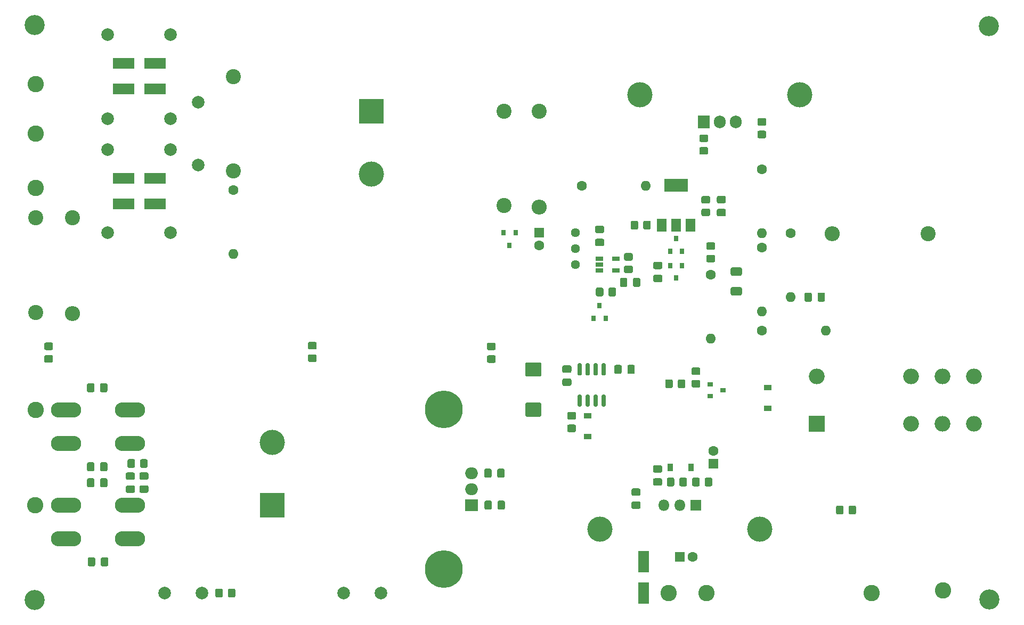
<source format=gbr>
G04 #@! TF.GenerationSoftware,KiCad,Pcbnew,(5.1.10-0-10_14)*
G04 #@! TF.CreationDate,2021-07-29T19:40:43+02:00*
G04 #@! TF.ProjectId,hv-power-supply-v1,68762d70-6f77-4657-922d-737570706c79,rev?*
G04 #@! TF.SameCoordinates,Original*
G04 #@! TF.FileFunction,Soldermask,Top*
G04 #@! TF.FilePolarity,Negative*
%FSLAX46Y46*%
G04 Gerber Fmt 4.6, Leading zero omitted, Abs format (unit mm)*
G04 Created by KiCad (PCBNEW (5.1.10-0-10_14)) date 2021-07-29 19:40:43*
%MOMM*%
%LPD*%
G01*
G04 APERTURE LIST*
%ADD10O,1.600000X1.600000*%
%ADD11C,1.600000*%
%ADD12C,2.400000*%
%ADD13C,2.000000*%
%ADD14R,1.500000X2.000000*%
%ADD15R,3.800000X2.000000*%
%ADD16C,6.000000*%
%ADD17R,0.800000X0.900000*%
%ADD18R,0.900000X0.800000*%
%ADD19R,1.220000X0.650000*%
%ADD20C,4.000000*%
%ADD21R,4.000000X4.000000*%
%ADD22R,2.000000X1.905000*%
%ADD23O,2.000000X1.905000*%
%ADD24R,1.800000X3.500000*%
%ADD25O,2.400000X2.400000*%
%ADD26O,4.800600X2.400300*%
%ADD27R,0.900000X1.200000*%
%ADD28R,1.600000X1.600000*%
%ADD29R,3.500000X1.800000*%
%ADD30O,1.905000X2.000000*%
%ADD31R,1.905000X2.000000*%
%ADD32C,2.600000*%
%ADD33C,1.440000*%
%ADD34O,2.500000X2.500000*%
%ADD35R,2.500000X2.500000*%
%ADD36R,1.200000X0.900000*%
%ADD37R,1.800000X1.800000*%
%ADD38O,1.800000X1.800000*%
%ADD39C,3.200000*%
G04 APERTURE END LIST*
D10*
X90805000Y-85788500D03*
D11*
X90805000Y-75628500D03*
D12*
X90805000Y-57594500D03*
X90805000Y-72594500D03*
D13*
X85217000Y-61628000D03*
X85217000Y-71628000D03*
G36*
G01*
X75165000Y-118675999D02*
X75165000Y-119576001D01*
G75*
G02*
X74915001Y-119826000I-249999J0D01*
G01*
X74214999Y-119826000D01*
G75*
G02*
X73965000Y-119576001I0J249999D01*
G01*
X73965000Y-118675999D01*
G75*
G02*
X74214999Y-118426000I249999J0D01*
G01*
X74915001Y-118426000D01*
G75*
G02*
X75165000Y-118675999I0J-249999D01*
G01*
G37*
G36*
G01*
X77165000Y-118675999D02*
X77165000Y-119576001D01*
G75*
G02*
X76915001Y-119826000I-249999J0D01*
G01*
X76214999Y-119826000D01*
G75*
G02*
X75965000Y-119576001I0J249999D01*
G01*
X75965000Y-118675999D01*
G75*
G02*
X76214999Y-118426000I249999J0D01*
G01*
X76915001Y-118426000D01*
G75*
G02*
X77165000Y-118675999I0J-249999D01*
G01*
G37*
G36*
G01*
X77056000Y-121702500D02*
X76106000Y-121702500D01*
G75*
G02*
X75856000Y-121452500I0J250000D01*
G01*
X75856000Y-120777500D01*
G75*
G02*
X76106000Y-120527500I250000J0D01*
G01*
X77056000Y-120527500D01*
G75*
G02*
X77306000Y-120777500I0J-250000D01*
G01*
X77306000Y-121452500D01*
G75*
G02*
X77056000Y-121702500I-250000J0D01*
G01*
G37*
G36*
G01*
X77056000Y-123777500D02*
X76106000Y-123777500D01*
G75*
G02*
X75856000Y-123527500I0J250000D01*
G01*
X75856000Y-122852500D01*
G75*
G02*
X76106000Y-122602500I250000J0D01*
G01*
X77056000Y-122602500D01*
G75*
G02*
X77306000Y-122852500I0J-250000D01*
G01*
X77306000Y-123527500D01*
G75*
G02*
X77056000Y-123777500I-250000J0D01*
G01*
G37*
G36*
G01*
X74897000Y-121724000D02*
X73947000Y-121724000D01*
G75*
G02*
X73697000Y-121474000I0J250000D01*
G01*
X73697000Y-120799000D01*
G75*
G02*
X73947000Y-120549000I250000J0D01*
G01*
X74897000Y-120549000D01*
G75*
G02*
X75147000Y-120799000I0J-250000D01*
G01*
X75147000Y-121474000D01*
G75*
G02*
X74897000Y-121724000I-250000J0D01*
G01*
G37*
G36*
G01*
X74897000Y-123799000D02*
X73947000Y-123799000D01*
G75*
G02*
X73697000Y-123549000I0J250000D01*
G01*
X73697000Y-122874000D01*
G75*
G02*
X73947000Y-122624000I250000J0D01*
G01*
X74897000Y-122624000D01*
G75*
G02*
X75147000Y-122874000I0J-250000D01*
G01*
X75147000Y-123549000D01*
G75*
G02*
X74897000Y-123799000I-250000J0D01*
G01*
G37*
D14*
X158863000Y-81216500D03*
X163463000Y-81216500D03*
X161163000Y-81216500D03*
D15*
X161163000Y-74916500D03*
D16*
X124206000Y-135890000D03*
X124206000Y-110490000D03*
D17*
X161160500Y-89630000D03*
X160210500Y-87630000D03*
X162110500Y-87630000D03*
D18*
X168602000Y-107465000D03*
X166602000Y-108415000D03*
X166602000Y-106515000D03*
D19*
X151616400Y-86550500D03*
X151616400Y-88450500D03*
X148996400Y-88450500D03*
X148996400Y-87500500D03*
X148996400Y-86550500D03*
D20*
X96990000Y-115753000D03*
D21*
X96990000Y-125753000D03*
D22*
X128613000Y-125753000D03*
D23*
X128613000Y-123213000D03*
X128613000Y-120673000D03*
D20*
X155410000Y-60475000D03*
X180810000Y-60475000D03*
X149060000Y-129563000D03*
X174460000Y-129563000D03*
D24*
X155981500Y-139723000D03*
X155981500Y-134723000D03*
D25*
X185991500Y-82550000D03*
D12*
X201231500Y-82550000D03*
D26*
X64224000Y-110640000D03*
X74384000Y-110640000D03*
X74384000Y-131087000D03*
X64224000Y-131087000D03*
X74384000Y-125753000D03*
X64224000Y-125753000D03*
X64224000Y-115974000D03*
X74384000Y-115974000D03*
D27*
X163536000Y-119784000D03*
X160236000Y-119784000D03*
D11*
X167094000Y-117149000D03*
D28*
X167094000Y-119149000D03*
G36*
G01*
X61880001Y-101080000D02*
X60979999Y-101080000D01*
G75*
G02*
X60730000Y-100830001I0J249999D01*
G01*
X60730000Y-100129999D01*
G75*
G02*
X60979999Y-99880000I249999J0D01*
G01*
X61880001Y-99880000D01*
G75*
G02*
X62130000Y-100129999I0J-249999D01*
G01*
X62130000Y-100830001D01*
G75*
G02*
X61880001Y-101080000I-249999J0D01*
G01*
G37*
G36*
G01*
X61880001Y-103080000D02*
X60979999Y-103080000D01*
G75*
G02*
X60730000Y-102830001I0J249999D01*
G01*
X60730000Y-102129999D01*
G75*
G02*
X60979999Y-101880000I249999J0D01*
G01*
X61880001Y-101880000D01*
G75*
G02*
X62130000Y-102129999I0J-249999D01*
G01*
X62130000Y-102830001D01*
G75*
G02*
X61880001Y-103080000I-249999J0D01*
G01*
G37*
D25*
X65214500Y-95313500D03*
D12*
X65214500Y-80073500D03*
D29*
X73368000Y-59586000D03*
X78368000Y-59586000D03*
X78368000Y-73810000D03*
X73368000Y-73810000D03*
X78368000Y-77874000D03*
X73368000Y-77874000D03*
X73368000Y-55522000D03*
X78368000Y-55522000D03*
D13*
X70828000Y-69238000D03*
X80828000Y-69238000D03*
X70828000Y-82446000D03*
X80828000Y-82446000D03*
X70828000Y-64285000D03*
X80828000Y-64285000D03*
X70828000Y-50950000D03*
X80828000Y-50950000D03*
G36*
G01*
X145971500Y-105138000D02*
X145671500Y-105138000D01*
G75*
G02*
X145521500Y-104988000I0J150000D01*
G01*
X145521500Y-103338000D01*
G75*
G02*
X145671500Y-103188000I150000J0D01*
G01*
X145971500Y-103188000D01*
G75*
G02*
X146121500Y-103338000I0J-150000D01*
G01*
X146121500Y-104988000D01*
G75*
G02*
X145971500Y-105138000I-150000J0D01*
G01*
G37*
G36*
G01*
X147241500Y-105138000D02*
X146941500Y-105138000D01*
G75*
G02*
X146791500Y-104988000I0J150000D01*
G01*
X146791500Y-103338000D01*
G75*
G02*
X146941500Y-103188000I150000J0D01*
G01*
X147241500Y-103188000D01*
G75*
G02*
X147391500Y-103338000I0J-150000D01*
G01*
X147391500Y-104988000D01*
G75*
G02*
X147241500Y-105138000I-150000J0D01*
G01*
G37*
G36*
G01*
X148511500Y-105138000D02*
X148211500Y-105138000D01*
G75*
G02*
X148061500Y-104988000I0J150000D01*
G01*
X148061500Y-103338000D01*
G75*
G02*
X148211500Y-103188000I150000J0D01*
G01*
X148511500Y-103188000D01*
G75*
G02*
X148661500Y-103338000I0J-150000D01*
G01*
X148661500Y-104988000D01*
G75*
G02*
X148511500Y-105138000I-150000J0D01*
G01*
G37*
G36*
G01*
X149781500Y-105138000D02*
X149481500Y-105138000D01*
G75*
G02*
X149331500Y-104988000I0J150000D01*
G01*
X149331500Y-103338000D01*
G75*
G02*
X149481500Y-103188000I150000J0D01*
G01*
X149781500Y-103188000D01*
G75*
G02*
X149931500Y-103338000I0J-150000D01*
G01*
X149931500Y-104988000D01*
G75*
G02*
X149781500Y-105138000I-150000J0D01*
G01*
G37*
G36*
G01*
X149781500Y-110088000D02*
X149481500Y-110088000D01*
G75*
G02*
X149331500Y-109938000I0J150000D01*
G01*
X149331500Y-108288000D01*
G75*
G02*
X149481500Y-108138000I150000J0D01*
G01*
X149781500Y-108138000D01*
G75*
G02*
X149931500Y-108288000I0J-150000D01*
G01*
X149931500Y-109938000D01*
G75*
G02*
X149781500Y-110088000I-150000J0D01*
G01*
G37*
G36*
G01*
X148511500Y-110088000D02*
X148211500Y-110088000D01*
G75*
G02*
X148061500Y-109938000I0J150000D01*
G01*
X148061500Y-108288000D01*
G75*
G02*
X148211500Y-108138000I150000J0D01*
G01*
X148511500Y-108138000D01*
G75*
G02*
X148661500Y-108288000I0J-150000D01*
G01*
X148661500Y-109938000D01*
G75*
G02*
X148511500Y-110088000I-150000J0D01*
G01*
G37*
G36*
G01*
X147241500Y-110088000D02*
X146941500Y-110088000D01*
G75*
G02*
X146791500Y-109938000I0J150000D01*
G01*
X146791500Y-108288000D01*
G75*
G02*
X146941500Y-108138000I150000J0D01*
G01*
X147241500Y-108138000D01*
G75*
G02*
X147391500Y-108288000I0J-150000D01*
G01*
X147391500Y-109938000D01*
G75*
G02*
X147241500Y-110088000I-150000J0D01*
G01*
G37*
G36*
G01*
X145971500Y-110088000D02*
X145671500Y-110088000D01*
G75*
G02*
X145521500Y-109938000I0J150000D01*
G01*
X145521500Y-108288000D01*
G75*
G02*
X145671500Y-108138000I150000J0D01*
G01*
X145971500Y-108138000D01*
G75*
G02*
X146121500Y-108288000I0J-150000D01*
G01*
X146121500Y-109938000D01*
G75*
G02*
X145971500Y-110088000I-150000J0D01*
G01*
G37*
G36*
G01*
X165994501Y-68005500D02*
X165094499Y-68005500D01*
G75*
G02*
X164844500Y-67755501I0J249999D01*
G01*
X164844500Y-67055499D01*
G75*
G02*
X165094499Y-66805500I249999J0D01*
G01*
X165994501Y-66805500D01*
G75*
G02*
X166244500Y-67055499I0J-249999D01*
G01*
X166244500Y-67755501D01*
G75*
G02*
X165994501Y-68005500I-249999J0D01*
G01*
G37*
G36*
G01*
X165994501Y-70005500D02*
X165094499Y-70005500D01*
G75*
G02*
X164844500Y-69755501I0J249999D01*
G01*
X164844500Y-69055499D01*
G75*
G02*
X165094499Y-68805500I249999J0D01*
G01*
X165994501Y-68805500D01*
G75*
G02*
X166244500Y-69055499I0J-249999D01*
G01*
X166244500Y-69755501D01*
G75*
G02*
X165994501Y-70005500I-249999J0D01*
G01*
G37*
D10*
X166649500Y-99273500D03*
D11*
X166649500Y-89113500D03*
D10*
X156337000Y-74930000D03*
D11*
X146177000Y-74930000D03*
D10*
X174777500Y-82509500D03*
D11*
X174777500Y-72349500D03*
G36*
G01*
X174327499Y-66193000D02*
X175227501Y-66193000D01*
G75*
G02*
X175477500Y-66442999I0J-249999D01*
G01*
X175477500Y-67143001D01*
G75*
G02*
X175227501Y-67393000I-249999J0D01*
G01*
X174327499Y-67393000D01*
G75*
G02*
X174077500Y-67143001I0J249999D01*
G01*
X174077500Y-66442999D01*
G75*
G02*
X174327499Y-66193000I249999J0D01*
G01*
G37*
G36*
G01*
X174327499Y-64193000D02*
X175227501Y-64193000D01*
G75*
G02*
X175477500Y-64442999I0J-249999D01*
G01*
X175477500Y-65143001D01*
G75*
G02*
X175227501Y-65393000I-249999J0D01*
G01*
X174327499Y-65393000D01*
G75*
G02*
X174077500Y-65143001I0J249999D01*
G01*
X174077500Y-64442999D01*
G75*
G02*
X174327499Y-64193000I249999J0D01*
G01*
G37*
G36*
G01*
X170063497Y-91068000D02*
X171363503Y-91068000D01*
G75*
G02*
X171613500Y-91317997I0J-249997D01*
G01*
X171613500Y-92143003D01*
G75*
G02*
X171363503Y-92393000I-249997J0D01*
G01*
X170063497Y-92393000D01*
G75*
G02*
X169813500Y-92143003I0J249997D01*
G01*
X169813500Y-91317997D01*
G75*
G02*
X170063497Y-91068000I249997J0D01*
G01*
G37*
G36*
G01*
X170063497Y-87943000D02*
X171363503Y-87943000D01*
G75*
G02*
X171613500Y-88192997I0J-249997D01*
G01*
X171613500Y-89018003D01*
G75*
G02*
X171363503Y-89268000I-249997J0D01*
G01*
X170063497Y-89268000D01*
G75*
G02*
X169813500Y-89018003I0J249997D01*
G01*
X169813500Y-88192997D01*
G75*
G02*
X170063497Y-87943000I249997J0D01*
G01*
G37*
G36*
G01*
X183631000Y-93144500D02*
X183631000Y-92194500D01*
G75*
G02*
X183881000Y-91944500I250000J0D01*
G01*
X184556000Y-91944500D01*
G75*
G02*
X184806000Y-92194500I0J-250000D01*
G01*
X184806000Y-93144500D01*
G75*
G02*
X184556000Y-93394500I-250000J0D01*
G01*
X183881000Y-93394500D01*
G75*
G02*
X183631000Y-93144500I0J250000D01*
G01*
G37*
G36*
G01*
X181556000Y-93144500D02*
X181556000Y-92194500D01*
G75*
G02*
X181806000Y-91944500I250000J0D01*
G01*
X182481000Y-91944500D01*
G75*
G02*
X182731000Y-92194500I0J-250000D01*
G01*
X182731000Y-93144500D01*
G75*
G02*
X182481000Y-93394500I-250000J0D01*
G01*
X181806000Y-93394500D01*
G75*
G02*
X181556000Y-93144500I0J250000D01*
G01*
G37*
D30*
X170650000Y-64793000D03*
X168110000Y-64793000D03*
D31*
X165570000Y-64793000D03*
G36*
G01*
X188560000Y-126965001D02*
X188560000Y-126064999D01*
G75*
G02*
X188809999Y-125815000I249999J0D01*
G01*
X189510001Y-125815000D01*
G75*
G02*
X189760000Y-126064999I0J-249999D01*
G01*
X189760000Y-126965001D01*
G75*
G02*
X189510001Y-127215000I-249999J0D01*
G01*
X188809999Y-127215000D01*
G75*
G02*
X188560000Y-126965001I0J249999D01*
G01*
G37*
G36*
G01*
X186560000Y-126965001D02*
X186560000Y-126064999D01*
G75*
G02*
X186809999Y-125815000I249999J0D01*
G01*
X187510001Y-125815000D01*
G75*
G02*
X187760000Y-126064999I0J-249999D01*
G01*
X187760000Y-126965001D01*
G75*
G02*
X187510001Y-127215000I-249999J0D01*
G01*
X186809999Y-127215000D01*
G75*
G02*
X186560000Y-126965001I0J249999D01*
G01*
G37*
G36*
G01*
X132238001Y-101112000D02*
X131337999Y-101112000D01*
G75*
G02*
X131088000Y-100862001I0J249999D01*
G01*
X131088000Y-100161999D01*
G75*
G02*
X131337999Y-99912000I249999J0D01*
G01*
X132238001Y-99912000D01*
G75*
G02*
X132488000Y-100161999I0J-249999D01*
G01*
X132488000Y-100862001D01*
G75*
G02*
X132238001Y-101112000I-249999J0D01*
G01*
G37*
G36*
G01*
X132238001Y-103112000D02*
X131337999Y-103112000D01*
G75*
G02*
X131088000Y-102862001I0J249999D01*
G01*
X131088000Y-102161999D01*
G75*
G02*
X131337999Y-101912000I249999J0D01*
G01*
X132238001Y-101912000D01*
G75*
G02*
X132488000Y-102161999I0J-249999D01*
G01*
X132488000Y-102862001D01*
G75*
G02*
X132238001Y-103112000I-249999J0D01*
G01*
G37*
G36*
G01*
X103790001Y-100985000D02*
X102889999Y-100985000D01*
G75*
G02*
X102640000Y-100735001I0J249999D01*
G01*
X102640000Y-100034999D01*
G75*
G02*
X102889999Y-99785000I249999J0D01*
G01*
X103790001Y-99785000D01*
G75*
G02*
X104040000Y-100034999I0J-249999D01*
G01*
X104040000Y-100735001D01*
G75*
G02*
X103790001Y-100985000I-249999J0D01*
G01*
G37*
G36*
G01*
X103790001Y-102985000D02*
X102889999Y-102985000D01*
G75*
G02*
X102640000Y-102735001I0J249999D01*
G01*
X102640000Y-102034999D01*
G75*
G02*
X102889999Y-101785000I249999J0D01*
G01*
X103790001Y-101785000D01*
G75*
G02*
X104040000Y-102034999I0J-249999D01*
G01*
X104040000Y-102735001D01*
G75*
G02*
X103790001Y-102985000I-249999J0D01*
G01*
G37*
G36*
G01*
X166199499Y-85941500D02*
X167099501Y-85941500D01*
G75*
G02*
X167349500Y-86191499I0J-249999D01*
G01*
X167349500Y-86891501D01*
G75*
G02*
X167099501Y-87141500I-249999J0D01*
G01*
X166199499Y-87141500D01*
G75*
G02*
X165949500Y-86891501I0J249999D01*
G01*
X165949500Y-86191499D01*
G75*
G02*
X166199499Y-85941500I249999J0D01*
G01*
G37*
G36*
G01*
X166199499Y-83941500D02*
X167099501Y-83941500D01*
G75*
G02*
X167349500Y-84191499I0J-249999D01*
G01*
X167349500Y-84891501D01*
G75*
G02*
X167099501Y-85141500I-249999J0D01*
G01*
X166199499Y-85141500D01*
G75*
G02*
X165949500Y-84891501I0J249999D01*
G01*
X165949500Y-84191499D01*
G75*
G02*
X166199499Y-83941500I249999J0D01*
G01*
G37*
G36*
G01*
X161668000Y-122520001D02*
X161668000Y-121619999D01*
G75*
G02*
X161917999Y-121370000I249999J0D01*
G01*
X162618001Y-121370000D01*
G75*
G02*
X162868000Y-121619999I0J-249999D01*
G01*
X162868000Y-122520001D01*
G75*
G02*
X162618001Y-122770000I-249999J0D01*
G01*
X161917999Y-122770000D01*
G75*
G02*
X161668000Y-122520001I0J249999D01*
G01*
G37*
G36*
G01*
X159668000Y-122520001D02*
X159668000Y-121619999D01*
G75*
G02*
X159917999Y-121370000I249999J0D01*
G01*
X160618001Y-121370000D01*
G75*
G02*
X160868000Y-121619999I0J-249999D01*
G01*
X160868000Y-122520001D01*
G75*
G02*
X160618001Y-122770000I-249999J0D01*
G01*
X159917999Y-122770000D01*
G75*
G02*
X159668000Y-122520001I0J249999D01*
G01*
G37*
G36*
G01*
X165700000Y-122520001D02*
X165700000Y-121619999D01*
G75*
G02*
X165949999Y-121370000I249999J0D01*
G01*
X166650001Y-121370000D01*
G75*
G02*
X166900000Y-121619999I0J-249999D01*
G01*
X166900000Y-122520001D01*
G75*
G02*
X166650001Y-122770000I-249999J0D01*
G01*
X165949999Y-122770000D01*
G75*
G02*
X165700000Y-122520001I0J249999D01*
G01*
G37*
G36*
G01*
X163700000Y-122520001D02*
X163700000Y-121619999D01*
G75*
G02*
X163949999Y-121370000I249999J0D01*
G01*
X164650001Y-121370000D01*
G75*
G02*
X164900000Y-121619999I0J-249999D01*
G01*
X164900000Y-122520001D01*
G75*
G02*
X164650001Y-122770000I-249999J0D01*
G01*
X163949999Y-122770000D01*
G75*
G02*
X163700000Y-122520001I0J249999D01*
G01*
G37*
G36*
G01*
X89113000Y-139272999D02*
X89113000Y-140173001D01*
G75*
G02*
X88863001Y-140423000I-249999J0D01*
G01*
X88162999Y-140423000D01*
G75*
G02*
X87913000Y-140173001I0J249999D01*
G01*
X87913000Y-139272999D01*
G75*
G02*
X88162999Y-139023000I249999J0D01*
G01*
X88863001Y-139023000D01*
G75*
G02*
X89113000Y-139272999I0J-249999D01*
G01*
G37*
G36*
G01*
X91113000Y-139272999D02*
X91113000Y-140173001D01*
G75*
G02*
X90863001Y-140423000I-249999J0D01*
G01*
X90162999Y-140423000D01*
G75*
G02*
X89913000Y-140173001I0J249999D01*
G01*
X89913000Y-139272999D01*
G75*
G02*
X90162999Y-139023000I249999J0D01*
G01*
X90863001Y-139023000D01*
G75*
G02*
X91113000Y-139272999I0J-249999D01*
G01*
G37*
G36*
G01*
X163849999Y-105849000D02*
X164750001Y-105849000D01*
G75*
G02*
X165000000Y-106098999I0J-249999D01*
G01*
X165000000Y-106799001D01*
G75*
G02*
X164750001Y-107049000I-249999J0D01*
G01*
X163849999Y-107049000D01*
G75*
G02*
X163600000Y-106799001I0J249999D01*
G01*
X163600000Y-106098999D01*
G75*
G02*
X163849999Y-105849000I249999J0D01*
G01*
G37*
G36*
G01*
X163849999Y-103849000D02*
X164750001Y-103849000D01*
G75*
G02*
X165000000Y-104098999I0J-249999D01*
G01*
X165000000Y-104799001D01*
G75*
G02*
X164750001Y-105049000I-249999J0D01*
G01*
X163849999Y-105049000D01*
G75*
G02*
X163600000Y-104799001I0J249999D01*
G01*
X163600000Y-104098999D01*
G75*
G02*
X163849999Y-103849000I249999J0D01*
G01*
G37*
G36*
G01*
X161414000Y-106899001D02*
X161414000Y-105998999D01*
G75*
G02*
X161663999Y-105749000I249999J0D01*
G01*
X162364001Y-105749000D01*
G75*
G02*
X162614000Y-105998999I0J-249999D01*
G01*
X162614000Y-106899001D01*
G75*
G02*
X162364001Y-107149000I-249999J0D01*
G01*
X161663999Y-107149000D01*
G75*
G02*
X161414000Y-106899001I0J249999D01*
G01*
G37*
G36*
G01*
X159414000Y-106899001D02*
X159414000Y-105998999D01*
G75*
G02*
X159663999Y-105749000I249999J0D01*
G01*
X160364001Y-105749000D01*
G75*
G02*
X160614000Y-105998999I0J-249999D01*
G01*
X160614000Y-106899001D01*
G75*
G02*
X160364001Y-107149000I-249999J0D01*
G01*
X159663999Y-107149000D01*
G75*
G02*
X159414000Y-106899001I0J249999D01*
G01*
G37*
G36*
G01*
X144101499Y-112929000D02*
X145001501Y-112929000D01*
G75*
G02*
X145251500Y-113178999I0J-249999D01*
G01*
X145251500Y-113879001D01*
G75*
G02*
X145001501Y-114129000I-249999J0D01*
G01*
X144101499Y-114129000D01*
G75*
G02*
X143851500Y-113879001I0J249999D01*
G01*
X143851500Y-113178999D01*
G75*
G02*
X144101499Y-112929000I249999J0D01*
G01*
G37*
G36*
G01*
X144101499Y-110929000D02*
X145001501Y-110929000D01*
G75*
G02*
X145251500Y-111178999I0J-249999D01*
G01*
X145251500Y-111879001D01*
G75*
G02*
X145001501Y-112129000I-249999J0D01*
G01*
X144101499Y-112129000D01*
G75*
G02*
X143851500Y-111879001I0J249999D01*
G01*
X143851500Y-111178999D01*
G75*
G02*
X144101499Y-110929000I249999J0D01*
G01*
G37*
G36*
G01*
X158679000Y-120582500D02*
X157729000Y-120582500D01*
G75*
G02*
X157479000Y-120332500I0J250000D01*
G01*
X157479000Y-119657500D01*
G75*
G02*
X157729000Y-119407500I250000J0D01*
G01*
X158679000Y-119407500D01*
G75*
G02*
X158929000Y-119657500I0J-250000D01*
G01*
X158929000Y-120332500D01*
G75*
G02*
X158679000Y-120582500I-250000J0D01*
G01*
G37*
G36*
G01*
X158679000Y-122657500D02*
X157729000Y-122657500D01*
G75*
G02*
X157479000Y-122407500I0J250000D01*
G01*
X157479000Y-121732500D01*
G75*
G02*
X157729000Y-121482500I250000J0D01*
G01*
X158679000Y-121482500D01*
G75*
G02*
X158929000Y-121732500I0J-250000D01*
G01*
X158929000Y-122407500D01*
G75*
G02*
X158679000Y-122657500I-250000J0D01*
G01*
G37*
G36*
G01*
X155250000Y-124265500D02*
X154300000Y-124265500D01*
G75*
G02*
X154050000Y-124015500I0J250000D01*
G01*
X154050000Y-123340500D01*
G75*
G02*
X154300000Y-123090500I250000J0D01*
G01*
X155250000Y-123090500D01*
G75*
G02*
X155500000Y-123340500I0J-250000D01*
G01*
X155500000Y-124015500D01*
G75*
G02*
X155250000Y-124265500I-250000J0D01*
G01*
G37*
G36*
G01*
X155250000Y-126340500D02*
X154300000Y-126340500D01*
G75*
G02*
X154050000Y-126090500I0J250000D01*
G01*
X154050000Y-125415500D01*
G75*
G02*
X154300000Y-125165500I250000J0D01*
G01*
X155250000Y-125165500D01*
G75*
G02*
X155500000Y-125415500I0J-250000D01*
G01*
X155500000Y-126090500D01*
G75*
G02*
X155250000Y-126340500I-250000J0D01*
G01*
G37*
G36*
G01*
X143314500Y-105607500D02*
X144264500Y-105607500D01*
G75*
G02*
X144514500Y-105857500I0J-250000D01*
G01*
X144514500Y-106532500D01*
G75*
G02*
X144264500Y-106782500I-250000J0D01*
G01*
X143314500Y-106782500D01*
G75*
G02*
X143064500Y-106532500I0J250000D01*
G01*
X143064500Y-105857500D01*
G75*
G02*
X143314500Y-105607500I250000J0D01*
G01*
G37*
G36*
G01*
X143314500Y-103532500D02*
X144264500Y-103532500D01*
G75*
G02*
X144514500Y-103782500I0J-250000D01*
G01*
X144514500Y-104457500D01*
G75*
G02*
X144264500Y-104707500I-250000J0D01*
G01*
X143314500Y-104707500D01*
G75*
G02*
X143064500Y-104457500I0J250000D01*
G01*
X143064500Y-103782500D01*
G75*
G02*
X143314500Y-103532500I250000J0D01*
G01*
G37*
G36*
G01*
X153405000Y-104638000D02*
X153405000Y-103688000D01*
G75*
G02*
X153655000Y-103438000I250000J0D01*
G01*
X154330000Y-103438000D01*
G75*
G02*
X154580000Y-103688000I0J-250000D01*
G01*
X154580000Y-104638000D01*
G75*
G02*
X154330000Y-104888000I-250000J0D01*
G01*
X153655000Y-104888000D01*
G75*
G02*
X153405000Y-104638000I0J250000D01*
G01*
G37*
G36*
G01*
X151330000Y-104638000D02*
X151330000Y-103688000D01*
G75*
G02*
X151580000Y-103438000I250000J0D01*
G01*
X152255000Y-103438000D01*
G75*
G02*
X152505000Y-103688000I0J-250000D01*
G01*
X152505000Y-104638000D01*
G75*
G02*
X152255000Y-104888000I-250000J0D01*
G01*
X151580000Y-104888000D01*
G75*
G02*
X151330000Y-104638000I0J250000D01*
G01*
G37*
G36*
G01*
X130649500Y-121148000D02*
X130649500Y-120198000D01*
G75*
G02*
X130899500Y-119948000I250000J0D01*
G01*
X131574500Y-119948000D01*
G75*
G02*
X131824500Y-120198000I0J-250000D01*
G01*
X131824500Y-121148000D01*
G75*
G02*
X131574500Y-121398000I-250000J0D01*
G01*
X130899500Y-121398000D01*
G75*
G02*
X130649500Y-121148000I0J250000D01*
G01*
G37*
G36*
G01*
X132724500Y-121148000D02*
X132724500Y-120198000D01*
G75*
G02*
X132974500Y-119948000I250000J0D01*
G01*
X133649500Y-119948000D01*
G75*
G02*
X133899500Y-120198000I0J-250000D01*
G01*
X133899500Y-121148000D01*
G75*
G02*
X133649500Y-121398000I-250000J0D01*
G01*
X132974500Y-121398000D01*
G75*
G02*
X132724500Y-121148000I0J250000D01*
G01*
G37*
G36*
G01*
X130692500Y-126228000D02*
X130692500Y-125278000D01*
G75*
G02*
X130942500Y-125028000I250000J0D01*
G01*
X131617500Y-125028000D01*
G75*
G02*
X131867500Y-125278000I0J-250000D01*
G01*
X131867500Y-126228000D01*
G75*
G02*
X131617500Y-126478000I-250000J0D01*
G01*
X130942500Y-126478000D01*
G75*
G02*
X130692500Y-126228000I0J250000D01*
G01*
G37*
G36*
G01*
X132767500Y-126228000D02*
X132767500Y-125278000D01*
G75*
G02*
X133017500Y-125028000I250000J0D01*
G01*
X133692500Y-125028000D01*
G75*
G02*
X133942500Y-125278000I0J-250000D01*
G01*
X133942500Y-126228000D01*
G75*
G02*
X133692500Y-126478000I-250000J0D01*
G01*
X133017500Y-126478000D01*
G75*
G02*
X132767500Y-126228000I0J250000D01*
G01*
G37*
D32*
X165951000Y-139723000D03*
X159982000Y-139723000D03*
X59398000Y-110640000D03*
X59271000Y-125753000D03*
X59398000Y-75334000D03*
X59398000Y-66698000D03*
X59398000Y-58824000D03*
D11*
X163760000Y-134008000D03*
D28*
X161760000Y-134008000D03*
G36*
G01*
X137430499Y-109438000D02*
X139480501Y-109438000D01*
G75*
G02*
X139730500Y-109687999I0J-249999D01*
G01*
X139730500Y-111438001D01*
G75*
G02*
X139480501Y-111688000I-249999J0D01*
G01*
X137430499Y-111688000D01*
G75*
G02*
X137180500Y-111438001I0J249999D01*
G01*
X137180500Y-109687999D01*
G75*
G02*
X137430499Y-109438000I249999J0D01*
G01*
G37*
G36*
G01*
X137430499Y-103038000D02*
X139480501Y-103038000D01*
G75*
G02*
X139730500Y-103287999I0J-249999D01*
G01*
X139730500Y-105038001D01*
G75*
G02*
X139480501Y-105288000I-249999J0D01*
G01*
X137430499Y-105288000D01*
G75*
G02*
X137180500Y-105038001I0J249999D01*
G01*
X137180500Y-103287999D01*
G75*
G02*
X137430499Y-103038000I249999J0D01*
G01*
G37*
D17*
X134683500Y-84439000D03*
X133733500Y-82439000D03*
X135633500Y-82439000D03*
D33*
X145186500Y-87526000D03*
X145186500Y-84986000D03*
X145186500Y-82446000D03*
D34*
X183496000Y-105299000D03*
X198496000Y-105299000D03*
X203496000Y-105299000D03*
X208496000Y-105299000D03*
X208496000Y-112799000D03*
X203496000Y-112799000D03*
X198496000Y-112799000D03*
D35*
X183496000Y-112799000D03*
D10*
X179349500Y-92669500D03*
D11*
X179349500Y-82509500D03*
G36*
G01*
X165411999Y-78584500D02*
X166312001Y-78584500D01*
G75*
G02*
X166562000Y-78834499I0J-249999D01*
G01*
X166562000Y-79534501D01*
G75*
G02*
X166312001Y-79784500I-249999J0D01*
G01*
X165411999Y-79784500D01*
G75*
G02*
X165162000Y-79534501I0J249999D01*
G01*
X165162000Y-78834499D01*
G75*
G02*
X165411999Y-78584500I249999J0D01*
G01*
G37*
G36*
G01*
X165411999Y-76584500D02*
X166312001Y-76584500D01*
G75*
G02*
X166562000Y-76834499I0J-249999D01*
G01*
X166562000Y-77534501D01*
G75*
G02*
X166312001Y-77784500I-249999J0D01*
G01*
X165411999Y-77784500D01*
G75*
G02*
X165162000Y-77534501I0J249999D01*
G01*
X165162000Y-76834499D01*
G75*
G02*
X165411999Y-76584500I249999J0D01*
G01*
G37*
G36*
G01*
X149596500Y-91393999D02*
X149596500Y-92294001D01*
G75*
G02*
X149346501Y-92544000I-249999J0D01*
G01*
X148646499Y-92544000D01*
G75*
G02*
X148396500Y-92294001I0J249999D01*
G01*
X148396500Y-91393999D01*
G75*
G02*
X148646499Y-91144000I249999J0D01*
G01*
X149346501Y-91144000D01*
G75*
G02*
X149596500Y-91393999I0J-249999D01*
G01*
G37*
G36*
G01*
X151596500Y-91393999D02*
X151596500Y-92294001D01*
G75*
G02*
X151346501Y-92544000I-249999J0D01*
G01*
X150646499Y-92544000D01*
G75*
G02*
X150396500Y-92294001I0J249999D01*
G01*
X150396500Y-91393999D01*
G75*
G02*
X150646499Y-91144000I249999J0D01*
G01*
X151346501Y-91144000D01*
G75*
G02*
X151596500Y-91393999I0J-249999D01*
G01*
G37*
G36*
G01*
X155127500Y-80766499D02*
X155127500Y-81666501D01*
G75*
G02*
X154877501Y-81916500I-249999J0D01*
G01*
X154177499Y-81916500D01*
G75*
G02*
X153927500Y-81666501I0J249999D01*
G01*
X153927500Y-80766499D01*
G75*
G02*
X154177499Y-80516500I249999J0D01*
G01*
X154877501Y-80516500D01*
G75*
G02*
X155127500Y-80766499I0J-249999D01*
G01*
G37*
G36*
G01*
X157127500Y-80766499D02*
X157127500Y-81666501D01*
G75*
G02*
X156877501Y-81916500I-249999J0D01*
G01*
X156177499Y-81916500D01*
G75*
G02*
X155927500Y-81666501I0J249999D01*
G01*
X155927500Y-80766499D01*
G75*
G02*
X156177499Y-80516500I249999J0D01*
G01*
X156877501Y-80516500D01*
G75*
G02*
X157127500Y-80766499I0J-249999D01*
G01*
G37*
G36*
G01*
X154018501Y-86856000D02*
X153118499Y-86856000D01*
G75*
G02*
X152868500Y-86606001I0J249999D01*
G01*
X152868500Y-85905999D01*
G75*
G02*
X153118499Y-85656000I249999J0D01*
G01*
X154018501Y-85656000D01*
G75*
G02*
X154268500Y-85905999I0J-249999D01*
G01*
X154268500Y-86606001D01*
G75*
G02*
X154018501Y-86856000I-249999J0D01*
G01*
G37*
G36*
G01*
X154018501Y-88856000D02*
X153118499Y-88856000D01*
G75*
G02*
X152868500Y-88606001I0J249999D01*
G01*
X152868500Y-87905999D01*
G75*
G02*
X153118499Y-87656000I249999J0D01*
G01*
X154018501Y-87656000D01*
G75*
G02*
X154268500Y-87905999I0J-249999D01*
G01*
X154268500Y-88606001D01*
G75*
G02*
X154018501Y-88856000I-249999J0D01*
G01*
G37*
D25*
X139382500Y-78359000D03*
D12*
X139382500Y-63119000D03*
D10*
X184937500Y-98003500D03*
D11*
X174777500Y-98003500D03*
D10*
X174777500Y-94955500D03*
D11*
X174777500Y-84795500D03*
D13*
X108293000Y-139723000D03*
X114262000Y-139723000D03*
X79845000Y-139723000D03*
X85814000Y-139723000D03*
D32*
X192240000Y-139723000D03*
X203543000Y-139342000D03*
D36*
X175730000Y-107085000D03*
X175730000Y-110385000D03*
D17*
X161165500Y-83344000D03*
X162115500Y-85344000D03*
X160215500Y-85344000D03*
X148996500Y-94003000D03*
X149946500Y-96003000D03*
X148046500Y-96003000D03*
D36*
X147091500Y-114829000D03*
X147091500Y-111529000D03*
G36*
G01*
X68832500Y-134295000D02*
X68832500Y-135245000D01*
G75*
G02*
X68582500Y-135495000I-250000J0D01*
G01*
X67907500Y-135495000D01*
G75*
G02*
X67657500Y-135245000I0J250000D01*
G01*
X67657500Y-134295000D01*
G75*
G02*
X67907500Y-134045000I250000J0D01*
G01*
X68582500Y-134045000D01*
G75*
G02*
X68832500Y-134295000I0J-250000D01*
G01*
G37*
G36*
G01*
X70907500Y-134295000D02*
X70907500Y-135245000D01*
G75*
G02*
X70657500Y-135495000I-250000J0D01*
G01*
X69982500Y-135495000D01*
G75*
G02*
X69732500Y-135245000I0J250000D01*
G01*
X69732500Y-134295000D01*
G75*
G02*
X69982500Y-134045000I250000J0D01*
G01*
X70657500Y-134045000D01*
G75*
G02*
X70907500Y-134295000I0J-250000D01*
G01*
G37*
G36*
G01*
X69605500Y-122672000D02*
X69605500Y-121722000D01*
G75*
G02*
X69855500Y-121472000I250000J0D01*
G01*
X70530500Y-121472000D01*
G75*
G02*
X70780500Y-121722000I0J-250000D01*
G01*
X70780500Y-122672000D01*
G75*
G02*
X70530500Y-122922000I-250000J0D01*
G01*
X69855500Y-122922000D01*
G75*
G02*
X69605500Y-122672000I0J250000D01*
G01*
G37*
G36*
G01*
X67530500Y-122672000D02*
X67530500Y-121722000D01*
G75*
G02*
X67780500Y-121472000I250000J0D01*
G01*
X68455500Y-121472000D01*
G75*
G02*
X68705500Y-121722000I0J-250000D01*
G01*
X68705500Y-122672000D01*
G75*
G02*
X68455500Y-122922000I-250000J0D01*
G01*
X67780500Y-122922000D01*
G75*
G02*
X67530500Y-122672000I0J250000D01*
G01*
G37*
G36*
G01*
X68705500Y-106609000D02*
X68705500Y-107559000D01*
G75*
G02*
X68455500Y-107809000I-250000J0D01*
G01*
X67780500Y-107809000D01*
G75*
G02*
X67530500Y-107559000I0J250000D01*
G01*
X67530500Y-106609000D01*
G75*
G02*
X67780500Y-106359000I250000J0D01*
G01*
X68455500Y-106359000D01*
G75*
G02*
X68705500Y-106609000I0J-250000D01*
G01*
G37*
G36*
G01*
X70780500Y-106609000D02*
X70780500Y-107559000D01*
G75*
G02*
X70530500Y-107809000I-250000J0D01*
G01*
X69855500Y-107809000D01*
G75*
G02*
X69605500Y-107559000I0J250000D01*
G01*
X69605500Y-106609000D01*
G75*
G02*
X69855500Y-106359000I250000J0D01*
G01*
X70530500Y-106359000D01*
G75*
G02*
X70780500Y-106609000I0J-250000D01*
G01*
G37*
G36*
G01*
X158717000Y-88217500D02*
X157767000Y-88217500D01*
G75*
G02*
X157517000Y-87967500I0J250000D01*
G01*
X157517000Y-87292500D01*
G75*
G02*
X157767000Y-87042500I250000J0D01*
G01*
X158717000Y-87042500D01*
G75*
G02*
X158967000Y-87292500I0J-250000D01*
G01*
X158967000Y-87967500D01*
G75*
G02*
X158717000Y-88217500I-250000J0D01*
G01*
G37*
G36*
G01*
X158717000Y-90292500D02*
X157767000Y-90292500D01*
G75*
G02*
X157517000Y-90042500I0J250000D01*
G01*
X157517000Y-89367500D01*
G75*
G02*
X157767000Y-89117500I250000J0D01*
G01*
X158717000Y-89117500D01*
G75*
G02*
X158967000Y-89367500I0J-250000D01*
G01*
X158967000Y-90042500D01*
G75*
G02*
X158717000Y-90292500I-250000J0D01*
G01*
G37*
D11*
X139382500Y-84423000D03*
D28*
X139382500Y-82423000D03*
G36*
G01*
X168813500Y-77740000D02*
X167863500Y-77740000D01*
G75*
G02*
X167613500Y-77490000I0J250000D01*
G01*
X167613500Y-76815000D01*
G75*
G02*
X167863500Y-76565000I250000J0D01*
G01*
X168813500Y-76565000D01*
G75*
G02*
X169063500Y-76815000I0J-250000D01*
G01*
X169063500Y-77490000D01*
G75*
G02*
X168813500Y-77740000I-250000J0D01*
G01*
G37*
G36*
G01*
X168813500Y-79815000D02*
X167863500Y-79815000D01*
G75*
G02*
X167613500Y-79565000I0J250000D01*
G01*
X167613500Y-78890000D01*
G75*
G02*
X167863500Y-78640000I250000J0D01*
G01*
X168813500Y-78640000D01*
G75*
G02*
X169063500Y-78890000I0J-250000D01*
G01*
X169063500Y-79565000D01*
G75*
G02*
X168813500Y-79815000I-250000J0D01*
G01*
G37*
G36*
G01*
X149471500Y-82482500D02*
X148521500Y-82482500D01*
G75*
G02*
X148271500Y-82232500I0J250000D01*
G01*
X148271500Y-81557500D01*
G75*
G02*
X148521500Y-81307500I250000J0D01*
G01*
X149471500Y-81307500D01*
G75*
G02*
X149721500Y-81557500I0J-250000D01*
G01*
X149721500Y-82232500D01*
G75*
G02*
X149471500Y-82482500I-250000J0D01*
G01*
G37*
G36*
G01*
X149471500Y-84557500D02*
X148521500Y-84557500D01*
G75*
G02*
X148271500Y-84307500I0J250000D01*
G01*
X148271500Y-83632500D01*
G75*
G02*
X148521500Y-83382500I250000J0D01*
G01*
X149471500Y-83382500D01*
G75*
G02*
X149721500Y-83632500I0J-250000D01*
G01*
X149721500Y-84307500D01*
G75*
G02*
X149471500Y-84557500I-250000J0D01*
G01*
G37*
G36*
G01*
X154294000Y-90795000D02*
X154294000Y-89845000D01*
G75*
G02*
X154544000Y-89595000I250000J0D01*
G01*
X155219000Y-89595000D01*
G75*
G02*
X155469000Y-89845000I0J-250000D01*
G01*
X155469000Y-90795000D01*
G75*
G02*
X155219000Y-91045000I-250000J0D01*
G01*
X154544000Y-91045000D01*
G75*
G02*
X154294000Y-90795000I0J250000D01*
G01*
G37*
G36*
G01*
X152219000Y-90795000D02*
X152219000Y-89845000D01*
G75*
G02*
X152469000Y-89595000I250000J0D01*
G01*
X153144000Y-89595000D01*
G75*
G02*
X153394000Y-89845000I0J-250000D01*
G01*
X153394000Y-90795000D01*
G75*
G02*
X153144000Y-91045000I-250000J0D01*
G01*
X152469000Y-91045000D01*
G75*
G02*
X152219000Y-90795000I0J250000D01*
G01*
G37*
D12*
X133794500Y-63119000D03*
X133794500Y-78119000D03*
D20*
X112712500Y-73119000D03*
D21*
X112712500Y-63119000D03*
D12*
X59372500Y-95073500D03*
X59372500Y-80073500D03*
G36*
G01*
X69605500Y-120132000D02*
X69605500Y-119182000D01*
G75*
G02*
X69855500Y-118932000I250000J0D01*
G01*
X70530500Y-118932000D01*
G75*
G02*
X70780500Y-119182000I0J-250000D01*
G01*
X70780500Y-120132000D01*
G75*
G02*
X70530500Y-120382000I-250000J0D01*
G01*
X69855500Y-120382000D01*
G75*
G02*
X69605500Y-120132000I0J250000D01*
G01*
G37*
G36*
G01*
X67530500Y-120132000D02*
X67530500Y-119182000D01*
G75*
G02*
X67780500Y-118932000I250000J0D01*
G01*
X68455500Y-118932000D01*
G75*
G02*
X68705500Y-119182000I0J-250000D01*
G01*
X68705500Y-120132000D01*
G75*
G02*
X68455500Y-120382000I-250000J0D01*
G01*
X67780500Y-120382000D01*
G75*
G02*
X67530500Y-120132000I0J250000D01*
G01*
G37*
D37*
X164300000Y-125753000D03*
D38*
X161760000Y-125753000D03*
X159220000Y-125753000D03*
D39*
X210947000Y-140716000D03*
X59182000Y-140843000D03*
X210820000Y-49530000D03*
X59182000Y-49403000D03*
M02*

</source>
